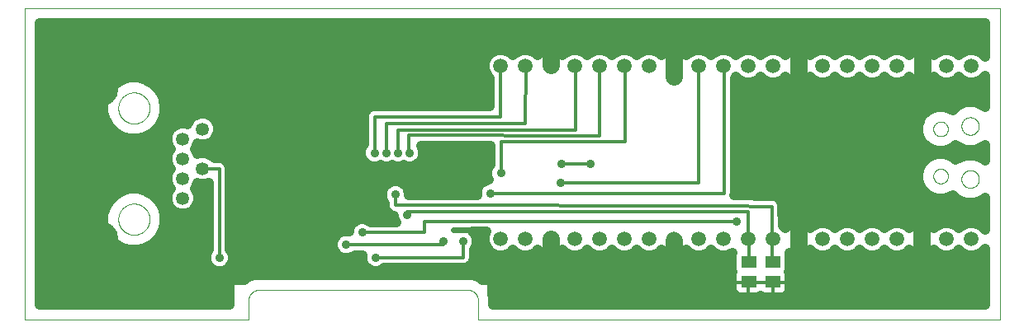
<source format=gbl>
G75*
%MOIN*%
%OFA0B0*%
%FSLAX25Y25*%
%IPPOS*%
%LPD*%
%AMOC8*
5,1,8,0,0,1.08239X$1,22.5*
%
%ADD10C,0.00000*%
%ADD11C,0.05937*%
%ADD12R,0.06299X0.05118*%
%ADD13R,0.03962X0.03962*%
%ADD14C,0.05315*%
%ADD15C,0.04000*%
%ADD16C,0.07000*%
%ADD17C,0.15000*%
%ADD18C,0.03569*%
%ADD19C,0.10000*%
%ADD20C,0.01200*%
%ADD21C,0.02362*%
D10*
X0001000Y0002063D02*
X0001000Y0128047D01*
X0394701Y0128047D01*
X0394701Y0002063D01*
X0184071Y0002063D01*
X0184071Y0009937D01*
X0184069Y0010061D01*
X0184063Y0010184D01*
X0184054Y0010308D01*
X0184040Y0010430D01*
X0184023Y0010553D01*
X0184001Y0010675D01*
X0183976Y0010796D01*
X0183947Y0010916D01*
X0183915Y0011035D01*
X0183878Y0011154D01*
X0183838Y0011271D01*
X0183795Y0011386D01*
X0183747Y0011501D01*
X0183696Y0011613D01*
X0183642Y0011724D01*
X0183584Y0011834D01*
X0183523Y0011941D01*
X0183458Y0012047D01*
X0183390Y0012150D01*
X0183319Y0012251D01*
X0183245Y0012350D01*
X0183168Y0012447D01*
X0183087Y0012541D01*
X0183004Y0012632D01*
X0182918Y0012721D01*
X0182829Y0012807D01*
X0182738Y0012890D01*
X0182644Y0012971D01*
X0182547Y0013048D01*
X0182448Y0013122D01*
X0182347Y0013193D01*
X0182244Y0013261D01*
X0182138Y0013326D01*
X0182031Y0013387D01*
X0181921Y0013445D01*
X0181810Y0013499D01*
X0181698Y0013550D01*
X0181583Y0013598D01*
X0181468Y0013641D01*
X0181351Y0013681D01*
X0181232Y0013718D01*
X0181113Y0013750D01*
X0180993Y0013779D01*
X0180872Y0013804D01*
X0180750Y0013826D01*
X0180627Y0013843D01*
X0180505Y0013857D01*
X0180381Y0013866D01*
X0180258Y0013872D01*
X0180134Y0013874D01*
X0095488Y0013874D01*
X0095364Y0013872D01*
X0095241Y0013866D01*
X0095117Y0013857D01*
X0094995Y0013843D01*
X0094872Y0013826D01*
X0094750Y0013804D01*
X0094629Y0013779D01*
X0094509Y0013750D01*
X0094390Y0013718D01*
X0094271Y0013681D01*
X0094154Y0013641D01*
X0094039Y0013598D01*
X0093924Y0013550D01*
X0093812Y0013499D01*
X0093701Y0013445D01*
X0093591Y0013387D01*
X0093484Y0013326D01*
X0093378Y0013261D01*
X0093275Y0013193D01*
X0093174Y0013122D01*
X0093075Y0013048D01*
X0092978Y0012971D01*
X0092884Y0012890D01*
X0092793Y0012807D01*
X0092704Y0012721D01*
X0092618Y0012632D01*
X0092535Y0012541D01*
X0092454Y0012447D01*
X0092377Y0012350D01*
X0092303Y0012251D01*
X0092232Y0012150D01*
X0092164Y0012047D01*
X0092099Y0011941D01*
X0092038Y0011834D01*
X0091980Y0011724D01*
X0091926Y0011613D01*
X0091875Y0011501D01*
X0091827Y0011386D01*
X0091784Y0011271D01*
X0091744Y0011154D01*
X0091707Y0011035D01*
X0091675Y0010916D01*
X0091646Y0010796D01*
X0091621Y0010675D01*
X0091599Y0010553D01*
X0091582Y0010430D01*
X0091568Y0010308D01*
X0091559Y0010184D01*
X0091553Y0010061D01*
X0091551Y0009937D01*
X0091551Y0002063D01*
X0001000Y0002063D01*
X0038934Y0042512D02*
X0038936Y0042670D01*
X0038942Y0042828D01*
X0038952Y0042986D01*
X0038966Y0043144D01*
X0038984Y0043301D01*
X0039005Y0043458D01*
X0039031Y0043614D01*
X0039061Y0043770D01*
X0039094Y0043925D01*
X0039132Y0044078D01*
X0039173Y0044231D01*
X0039218Y0044383D01*
X0039267Y0044534D01*
X0039320Y0044683D01*
X0039376Y0044831D01*
X0039436Y0044977D01*
X0039500Y0045122D01*
X0039568Y0045265D01*
X0039639Y0045407D01*
X0039713Y0045547D01*
X0039791Y0045684D01*
X0039873Y0045820D01*
X0039957Y0045954D01*
X0040046Y0046085D01*
X0040137Y0046214D01*
X0040232Y0046341D01*
X0040329Y0046466D01*
X0040430Y0046588D01*
X0040534Y0046707D01*
X0040641Y0046824D01*
X0040751Y0046938D01*
X0040864Y0047049D01*
X0040979Y0047158D01*
X0041097Y0047263D01*
X0041218Y0047365D01*
X0041341Y0047465D01*
X0041467Y0047561D01*
X0041595Y0047654D01*
X0041725Y0047744D01*
X0041858Y0047830D01*
X0041993Y0047914D01*
X0042129Y0047993D01*
X0042268Y0048070D01*
X0042409Y0048142D01*
X0042551Y0048212D01*
X0042695Y0048277D01*
X0042841Y0048339D01*
X0042988Y0048397D01*
X0043137Y0048452D01*
X0043287Y0048503D01*
X0043438Y0048550D01*
X0043590Y0048593D01*
X0043743Y0048632D01*
X0043898Y0048668D01*
X0044053Y0048699D01*
X0044209Y0048727D01*
X0044365Y0048751D01*
X0044522Y0048771D01*
X0044680Y0048787D01*
X0044837Y0048799D01*
X0044996Y0048807D01*
X0045154Y0048811D01*
X0045312Y0048811D01*
X0045470Y0048807D01*
X0045629Y0048799D01*
X0045786Y0048787D01*
X0045944Y0048771D01*
X0046101Y0048751D01*
X0046257Y0048727D01*
X0046413Y0048699D01*
X0046568Y0048668D01*
X0046723Y0048632D01*
X0046876Y0048593D01*
X0047028Y0048550D01*
X0047179Y0048503D01*
X0047329Y0048452D01*
X0047478Y0048397D01*
X0047625Y0048339D01*
X0047771Y0048277D01*
X0047915Y0048212D01*
X0048057Y0048142D01*
X0048198Y0048070D01*
X0048337Y0047993D01*
X0048473Y0047914D01*
X0048608Y0047830D01*
X0048741Y0047744D01*
X0048871Y0047654D01*
X0048999Y0047561D01*
X0049125Y0047465D01*
X0049248Y0047365D01*
X0049369Y0047263D01*
X0049487Y0047158D01*
X0049602Y0047049D01*
X0049715Y0046938D01*
X0049825Y0046824D01*
X0049932Y0046707D01*
X0050036Y0046588D01*
X0050137Y0046466D01*
X0050234Y0046341D01*
X0050329Y0046214D01*
X0050420Y0046085D01*
X0050509Y0045954D01*
X0050593Y0045820D01*
X0050675Y0045684D01*
X0050753Y0045547D01*
X0050827Y0045407D01*
X0050898Y0045265D01*
X0050966Y0045122D01*
X0051030Y0044977D01*
X0051090Y0044831D01*
X0051146Y0044683D01*
X0051199Y0044534D01*
X0051248Y0044383D01*
X0051293Y0044231D01*
X0051334Y0044078D01*
X0051372Y0043925D01*
X0051405Y0043770D01*
X0051435Y0043614D01*
X0051461Y0043458D01*
X0051482Y0043301D01*
X0051500Y0043144D01*
X0051514Y0042986D01*
X0051524Y0042828D01*
X0051530Y0042670D01*
X0051532Y0042512D01*
X0051530Y0042354D01*
X0051524Y0042196D01*
X0051514Y0042038D01*
X0051500Y0041880D01*
X0051482Y0041723D01*
X0051461Y0041566D01*
X0051435Y0041410D01*
X0051405Y0041254D01*
X0051372Y0041099D01*
X0051334Y0040946D01*
X0051293Y0040793D01*
X0051248Y0040641D01*
X0051199Y0040490D01*
X0051146Y0040341D01*
X0051090Y0040193D01*
X0051030Y0040047D01*
X0050966Y0039902D01*
X0050898Y0039759D01*
X0050827Y0039617D01*
X0050753Y0039477D01*
X0050675Y0039340D01*
X0050593Y0039204D01*
X0050509Y0039070D01*
X0050420Y0038939D01*
X0050329Y0038810D01*
X0050234Y0038683D01*
X0050137Y0038558D01*
X0050036Y0038436D01*
X0049932Y0038317D01*
X0049825Y0038200D01*
X0049715Y0038086D01*
X0049602Y0037975D01*
X0049487Y0037866D01*
X0049369Y0037761D01*
X0049248Y0037659D01*
X0049125Y0037559D01*
X0048999Y0037463D01*
X0048871Y0037370D01*
X0048741Y0037280D01*
X0048608Y0037194D01*
X0048473Y0037110D01*
X0048337Y0037031D01*
X0048198Y0036954D01*
X0048057Y0036882D01*
X0047915Y0036812D01*
X0047771Y0036747D01*
X0047625Y0036685D01*
X0047478Y0036627D01*
X0047329Y0036572D01*
X0047179Y0036521D01*
X0047028Y0036474D01*
X0046876Y0036431D01*
X0046723Y0036392D01*
X0046568Y0036356D01*
X0046413Y0036325D01*
X0046257Y0036297D01*
X0046101Y0036273D01*
X0045944Y0036253D01*
X0045786Y0036237D01*
X0045629Y0036225D01*
X0045470Y0036217D01*
X0045312Y0036213D01*
X0045154Y0036213D01*
X0044996Y0036217D01*
X0044837Y0036225D01*
X0044680Y0036237D01*
X0044522Y0036253D01*
X0044365Y0036273D01*
X0044209Y0036297D01*
X0044053Y0036325D01*
X0043898Y0036356D01*
X0043743Y0036392D01*
X0043590Y0036431D01*
X0043438Y0036474D01*
X0043287Y0036521D01*
X0043137Y0036572D01*
X0042988Y0036627D01*
X0042841Y0036685D01*
X0042695Y0036747D01*
X0042551Y0036812D01*
X0042409Y0036882D01*
X0042268Y0036954D01*
X0042129Y0037031D01*
X0041993Y0037110D01*
X0041858Y0037194D01*
X0041725Y0037280D01*
X0041595Y0037370D01*
X0041467Y0037463D01*
X0041341Y0037559D01*
X0041218Y0037659D01*
X0041097Y0037761D01*
X0040979Y0037866D01*
X0040864Y0037975D01*
X0040751Y0038086D01*
X0040641Y0038200D01*
X0040534Y0038317D01*
X0040430Y0038436D01*
X0040329Y0038558D01*
X0040232Y0038683D01*
X0040137Y0038810D01*
X0040046Y0038939D01*
X0039957Y0039070D01*
X0039873Y0039204D01*
X0039791Y0039340D01*
X0039713Y0039477D01*
X0039639Y0039617D01*
X0039568Y0039759D01*
X0039500Y0039902D01*
X0039436Y0040047D01*
X0039376Y0040193D01*
X0039320Y0040341D01*
X0039267Y0040490D01*
X0039218Y0040641D01*
X0039173Y0040793D01*
X0039132Y0040946D01*
X0039094Y0041099D01*
X0039061Y0041254D01*
X0039031Y0041410D01*
X0039005Y0041566D01*
X0038984Y0041723D01*
X0038966Y0041880D01*
X0038952Y0042038D01*
X0038942Y0042196D01*
X0038936Y0042354D01*
X0038934Y0042512D01*
X0038934Y0087512D02*
X0038936Y0087670D01*
X0038942Y0087828D01*
X0038952Y0087986D01*
X0038966Y0088144D01*
X0038984Y0088301D01*
X0039005Y0088458D01*
X0039031Y0088614D01*
X0039061Y0088770D01*
X0039094Y0088925D01*
X0039132Y0089078D01*
X0039173Y0089231D01*
X0039218Y0089383D01*
X0039267Y0089534D01*
X0039320Y0089683D01*
X0039376Y0089831D01*
X0039436Y0089977D01*
X0039500Y0090122D01*
X0039568Y0090265D01*
X0039639Y0090407D01*
X0039713Y0090547D01*
X0039791Y0090684D01*
X0039873Y0090820D01*
X0039957Y0090954D01*
X0040046Y0091085D01*
X0040137Y0091214D01*
X0040232Y0091341D01*
X0040329Y0091466D01*
X0040430Y0091588D01*
X0040534Y0091707D01*
X0040641Y0091824D01*
X0040751Y0091938D01*
X0040864Y0092049D01*
X0040979Y0092158D01*
X0041097Y0092263D01*
X0041218Y0092365D01*
X0041341Y0092465D01*
X0041467Y0092561D01*
X0041595Y0092654D01*
X0041725Y0092744D01*
X0041858Y0092830D01*
X0041993Y0092914D01*
X0042129Y0092993D01*
X0042268Y0093070D01*
X0042409Y0093142D01*
X0042551Y0093212D01*
X0042695Y0093277D01*
X0042841Y0093339D01*
X0042988Y0093397D01*
X0043137Y0093452D01*
X0043287Y0093503D01*
X0043438Y0093550D01*
X0043590Y0093593D01*
X0043743Y0093632D01*
X0043898Y0093668D01*
X0044053Y0093699D01*
X0044209Y0093727D01*
X0044365Y0093751D01*
X0044522Y0093771D01*
X0044680Y0093787D01*
X0044837Y0093799D01*
X0044996Y0093807D01*
X0045154Y0093811D01*
X0045312Y0093811D01*
X0045470Y0093807D01*
X0045629Y0093799D01*
X0045786Y0093787D01*
X0045944Y0093771D01*
X0046101Y0093751D01*
X0046257Y0093727D01*
X0046413Y0093699D01*
X0046568Y0093668D01*
X0046723Y0093632D01*
X0046876Y0093593D01*
X0047028Y0093550D01*
X0047179Y0093503D01*
X0047329Y0093452D01*
X0047478Y0093397D01*
X0047625Y0093339D01*
X0047771Y0093277D01*
X0047915Y0093212D01*
X0048057Y0093142D01*
X0048198Y0093070D01*
X0048337Y0092993D01*
X0048473Y0092914D01*
X0048608Y0092830D01*
X0048741Y0092744D01*
X0048871Y0092654D01*
X0048999Y0092561D01*
X0049125Y0092465D01*
X0049248Y0092365D01*
X0049369Y0092263D01*
X0049487Y0092158D01*
X0049602Y0092049D01*
X0049715Y0091938D01*
X0049825Y0091824D01*
X0049932Y0091707D01*
X0050036Y0091588D01*
X0050137Y0091466D01*
X0050234Y0091341D01*
X0050329Y0091214D01*
X0050420Y0091085D01*
X0050509Y0090954D01*
X0050593Y0090820D01*
X0050675Y0090684D01*
X0050753Y0090547D01*
X0050827Y0090407D01*
X0050898Y0090265D01*
X0050966Y0090122D01*
X0051030Y0089977D01*
X0051090Y0089831D01*
X0051146Y0089683D01*
X0051199Y0089534D01*
X0051248Y0089383D01*
X0051293Y0089231D01*
X0051334Y0089078D01*
X0051372Y0088925D01*
X0051405Y0088770D01*
X0051435Y0088614D01*
X0051461Y0088458D01*
X0051482Y0088301D01*
X0051500Y0088144D01*
X0051514Y0087986D01*
X0051524Y0087828D01*
X0051530Y0087670D01*
X0051532Y0087512D01*
X0051530Y0087354D01*
X0051524Y0087196D01*
X0051514Y0087038D01*
X0051500Y0086880D01*
X0051482Y0086723D01*
X0051461Y0086566D01*
X0051435Y0086410D01*
X0051405Y0086254D01*
X0051372Y0086099D01*
X0051334Y0085946D01*
X0051293Y0085793D01*
X0051248Y0085641D01*
X0051199Y0085490D01*
X0051146Y0085341D01*
X0051090Y0085193D01*
X0051030Y0085047D01*
X0050966Y0084902D01*
X0050898Y0084759D01*
X0050827Y0084617D01*
X0050753Y0084477D01*
X0050675Y0084340D01*
X0050593Y0084204D01*
X0050509Y0084070D01*
X0050420Y0083939D01*
X0050329Y0083810D01*
X0050234Y0083683D01*
X0050137Y0083558D01*
X0050036Y0083436D01*
X0049932Y0083317D01*
X0049825Y0083200D01*
X0049715Y0083086D01*
X0049602Y0082975D01*
X0049487Y0082866D01*
X0049369Y0082761D01*
X0049248Y0082659D01*
X0049125Y0082559D01*
X0048999Y0082463D01*
X0048871Y0082370D01*
X0048741Y0082280D01*
X0048608Y0082194D01*
X0048473Y0082110D01*
X0048337Y0082031D01*
X0048198Y0081954D01*
X0048057Y0081882D01*
X0047915Y0081812D01*
X0047771Y0081747D01*
X0047625Y0081685D01*
X0047478Y0081627D01*
X0047329Y0081572D01*
X0047179Y0081521D01*
X0047028Y0081474D01*
X0046876Y0081431D01*
X0046723Y0081392D01*
X0046568Y0081356D01*
X0046413Y0081325D01*
X0046257Y0081297D01*
X0046101Y0081273D01*
X0045944Y0081253D01*
X0045786Y0081237D01*
X0045629Y0081225D01*
X0045470Y0081217D01*
X0045312Y0081213D01*
X0045154Y0081213D01*
X0044996Y0081217D01*
X0044837Y0081225D01*
X0044680Y0081237D01*
X0044522Y0081253D01*
X0044365Y0081273D01*
X0044209Y0081297D01*
X0044053Y0081325D01*
X0043898Y0081356D01*
X0043743Y0081392D01*
X0043590Y0081431D01*
X0043438Y0081474D01*
X0043287Y0081521D01*
X0043137Y0081572D01*
X0042988Y0081627D01*
X0042841Y0081685D01*
X0042695Y0081747D01*
X0042551Y0081812D01*
X0042409Y0081882D01*
X0042268Y0081954D01*
X0042129Y0082031D01*
X0041993Y0082110D01*
X0041858Y0082194D01*
X0041725Y0082280D01*
X0041595Y0082370D01*
X0041467Y0082463D01*
X0041341Y0082559D01*
X0041218Y0082659D01*
X0041097Y0082761D01*
X0040979Y0082866D01*
X0040864Y0082975D01*
X0040751Y0083086D01*
X0040641Y0083200D01*
X0040534Y0083317D01*
X0040430Y0083436D01*
X0040329Y0083558D01*
X0040232Y0083683D01*
X0040137Y0083810D01*
X0040046Y0083939D01*
X0039957Y0084070D01*
X0039873Y0084204D01*
X0039791Y0084340D01*
X0039713Y0084477D01*
X0039639Y0084617D01*
X0039568Y0084759D01*
X0039500Y0084902D01*
X0039436Y0085047D01*
X0039376Y0085193D01*
X0039320Y0085341D01*
X0039267Y0085490D01*
X0039218Y0085641D01*
X0039173Y0085793D01*
X0039132Y0085946D01*
X0039094Y0086099D01*
X0039061Y0086254D01*
X0039031Y0086410D01*
X0039005Y0086566D01*
X0038984Y0086723D01*
X0038966Y0086880D01*
X0038952Y0087038D01*
X0038942Y0087196D01*
X0038936Y0087354D01*
X0038934Y0087512D01*
X0367890Y0079051D02*
X0367892Y0079159D01*
X0367898Y0079268D01*
X0367908Y0079376D01*
X0367922Y0079483D01*
X0367940Y0079590D01*
X0367961Y0079697D01*
X0367987Y0079802D01*
X0368017Y0079907D01*
X0368050Y0080010D01*
X0368087Y0080112D01*
X0368128Y0080212D01*
X0368172Y0080311D01*
X0368221Y0080409D01*
X0368272Y0080504D01*
X0368327Y0080597D01*
X0368386Y0080689D01*
X0368448Y0080778D01*
X0368513Y0080865D01*
X0368581Y0080949D01*
X0368652Y0081031D01*
X0368726Y0081110D01*
X0368803Y0081186D01*
X0368883Y0081260D01*
X0368966Y0081330D01*
X0369051Y0081398D01*
X0369138Y0081462D01*
X0369228Y0081523D01*
X0369320Y0081581D01*
X0369414Y0081635D01*
X0369510Y0081686D01*
X0369607Y0081733D01*
X0369707Y0081777D01*
X0369808Y0081817D01*
X0369910Y0081853D01*
X0370013Y0081885D01*
X0370118Y0081914D01*
X0370224Y0081938D01*
X0370330Y0081959D01*
X0370437Y0081976D01*
X0370545Y0081989D01*
X0370653Y0081998D01*
X0370762Y0082003D01*
X0370870Y0082004D01*
X0370979Y0082001D01*
X0371087Y0081994D01*
X0371195Y0081983D01*
X0371302Y0081968D01*
X0371409Y0081949D01*
X0371515Y0081926D01*
X0371620Y0081900D01*
X0371725Y0081869D01*
X0371827Y0081835D01*
X0371929Y0081797D01*
X0372029Y0081755D01*
X0372128Y0081710D01*
X0372225Y0081661D01*
X0372319Y0081608D01*
X0372412Y0081552D01*
X0372503Y0081493D01*
X0372592Y0081430D01*
X0372678Y0081365D01*
X0372762Y0081296D01*
X0372843Y0081224D01*
X0372921Y0081149D01*
X0372997Y0081071D01*
X0373070Y0080990D01*
X0373140Y0080907D01*
X0373206Y0080822D01*
X0373270Y0080734D01*
X0373330Y0080643D01*
X0373387Y0080551D01*
X0373440Y0080456D01*
X0373490Y0080360D01*
X0373536Y0080262D01*
X0373579Y0080162D01*
X0373618Y0080061D01*
X0373653Y0079958D01*
X0373685Y0079855D01*
X0373712Y0079750D01*
X0373736Y0079644D01*
X0373756Y0079537D01*
X0373772Y0079430D01*
X0373784Y0079322D01*
X0373792Y0079214D01*
X0373796Y0079105D01*
X0373796Y0078997D01*
X0373792Y0078888D01*
X0373784Y0078780D01*
X0373772Y0078672D01*
X0373756Y0078565D01*
X0373736Y0078458D01*
X0373712Y0078352D01*
X0373685Y0078247D01*
X0373653Y0078144D01*
X0373618Y0078041D01*
X0373579Y0077940D01*
X0373536Y0077840D01*
X0373490Y0077742D01*
X0373440Y0077646D01*
X0373387Y0077551D01*
X0373330Y0077459D01*
X0373270Y0077368D01*
X0373206Y0077280D01*
X0373140Y0077195D01*
X0373070Y0077112D01*
X0372997Y0077031D01*
X0372921Y0076953D01*
X0372843Y0076878D01*
X0372762Y0076806D01*
X0372678Y0076737D01*
X0372592Y0076672D01*
X0372503Y0076609D01*
X0372412Y0076550D01*
X0372320Y0076494D01*
X0372225Y0076441D01*
X0372128Y0076392D01*
X0372029Y0076347D01*
X0371929Y0076305D01*
X0371827Y0076267D01*
X0371725Y0076233D01*
X0371620Y0076202D01*
X0371515Y0076176D01*
X0371409Y0076153D01*
X0371302Y0076134D01*
X0371195Y0076119D01*
X0371087Y0076108D01*
X0370979Y0076101D01*
X0370870Y0076098D01*
X0370762Y0076099D01*
X0370653Y0076104D01*
X0370545Y0076113D01*
X0370437Y0076126D01*
X0370330Y0076143D01*
X0370224Y0076164D01*
X0370118Y0076188D01*
X0370013Y0076217D01*
X0369910Y0076249D01*
X0369808Y0076285D01*
X0369707Y0076325D01*
X0369607Y0076369D01*
X0369510Y0076416D01*
X0369414Y0076467D01*
X0369320Y0076521D01*
X0369228Y0076579D01*
X0369138Y0076640D01*
X0369051Y0076704D01*
X0368966Y0076772D01*
X0368883Y0076842D01*
X0368803Y0076916D01*
X0368726Y0076992D01*
X0368652Y0077071D01*
X0368581Y0077153D01*
X0368513Y0077237D01*
X0368448Y0077324D01*
X0368386Y0077413D01*
X0368327Y0077505D01*
X0368272Y0077598D01*
X0368221Y0077693D01*
X0368172Y0077791D01*
X0368128Y0077890D01*
X0368087Y0077990D01*
X0368050Y0078092D01*
X0368017Y0078195D01*
X0367987Y0078300D01*
X0367961Y0078405D01*
X0367940Y0078512D01*
X0367922Y0078619D01*
X0367908Y0078726D01*
X0367898Y0078834D01*
X0367892Y0078943D01*
X0367890Y0079051D01*
X0379229Y0080232D02*
X0379231Y0080350D01*
X0379237Y0080469D01*
X0379247Y0080587D01*
X0379261Y0080704D01*
X0379278Y0080821D01*
X0379300Y0080938D01*
X0379326Y0081053D01*
X0379355Y0081168D01*
X0379388Y0081282D01*
X0379425Y0081394D01*
X0379466Y0081505D01*
X0379510Y0081615D01*
X0379558Y0081723D01*
X0379610Y0081830D01*
X0379665Y0081935D01*
X0379724Y0082038D01*
X0379786Y0082138D01*
X0379851Y0082237D01*
X0379920Y0082334D01*
X0379991Y0082428D01*
X0380066Y0082519D01*
X0380144Y0082609D01*
X0380225Y0082695D01*
X0380309Y0082779D01*
X0380395Y0082860D01*
X0380485Y0082938D01*
X0380576Y0083013D01*
X0380670Y0083084D01*
X0380767Y0083153D01*
X0380866Y0083218D01*
X0380966Y0083280D01*
X0381069Y0083339D01*
X0381174Y0083394D01*
X0381281Y0083446D01*
X0381389Y0083494D01*
X0381499Y0083538D01*
X0381610Y0083579D01*
X0381722Y0083616D01*
X0381836Y0083649D01*
X0381951Y0083678D01*
X0382066Y0083704D01*
X0382183Y0083726D01*
X0382300Y0083743D01*
X0382417Y0083757D01*
X0382535Y0083767D01*
X0382654Y0083773D01*
X0382772Y0083775D01*
X0382890Y0083773D01*
X0383009Y0083767D01*
X0383127Y0083757D01*
X0383244Y0083743D01*
X0383361Y0083726D01*
X0383478Y0083704D01*
X0383593Y0083678D01*
X0383708Y0083649D01*
X0383822Y0083616D01*
X0383934Y0083579D01*
X0384045Y0083538D01*
X0384155Y0083494D01*
X0384263Y0083446D01*
X0384370Y0083394D01*
X0384475Y0083339D01*
X0384578Y0083280D01*
X0384678Y0083218D01*
X0384777Y0083153D01*
X0384874Y0083084D01*
X0384968Y0083013D01*
X0385059Y0082938D01*
X0385149Y0082860D01*
X0385235Y0082779D01*
X0385319Y0082695D01*
X0385400Y0082609D01*
X0385478Y0082519D01*
X0385553Y0082428D01*
X0385624Y0082334D01*
X0385693Y0082237D01*
X0385758Y0082138D01*
X0385820Y0082038D01*
X0385879Y0081935D01*
X0385934Y0081830D01*
X0385986Y0081723D01*
X0386034Y0081615D01*
X0386078Y0081505D01*
X0386119Y0081394D01*
X0386156Y0081282D01*
X0386189Y0081168D01*
X0386218Y0081053D01*
X0386244Y0080938D01*
X0386266Y0080821D01*
X0386283Y0080704D01*
X0386297Y0080587D01*
X0386307Y0080469D01*
X0386313Y0080350D01*
X0386315Y0080232D01*
X0386313Y0080114D01*
X0386307Y0079995D01*
X0386297Y0079877D01*
X0386283Y0079760D01*
X0386266Y0079643D01*
X0386244Y0079526D01*
X0386218Y0079411D01*
X0386189Y0079296D01*
X0386156Y0079182D01*
X0386119Y0079070D01*
X0386078Y0078959D01*
X0386034Y0078849D01*
X0385986Y0078741D01*
X0385934Y0078634D01*
X0385879Y0078529D01*
X0385820Y0078426D01*
X0385758Y0078326D01*
X0385693Y0078227D01*
X0385624Y0078130D01*
X0385553Y0078036D01*
X0385478Y0077945D01*
X0385400Y0077855D01*
X0385319Y0077769D01*
X0385235Y0077685D01*
X0385149Y0077604D01*
X0385059Y0077526D01*
X0384968Y0077451D01*
X0384874Y0077380D01*
X0384777Y0077311D01*
X0384678Y0077246D01*
X0384578Y0077184D01*
X0384475Y0077125D01*
X0384370Y0077070D01*
X0384263Y0077018D01*
X0384155Y0076970D01*
X0384045Y0076926D01*
X0383934Y0076885D01*
X0383822Y0076848D01*
X0383708Y0076815D01*
X0383593Y0076786D01*
X0383478Y0076760D01*
X0383361Y0076738D01*
X0383244Y0076721D01*
X0383127Y0076707D01*
X0383009Y0076697D01*
X0382890Y0076691D01*
X0382772Y0076689D01*
X0382654Y0076691D01*
X0382535Y0076697D01*
X0382417Y0076707D01*
X0382300Y0076721D01*
X0382183Y0076738D01*
X0382066Y0076760D01*
X0381951Y0076786D01*
X0381836Y0076815D01*
X0381722Y0076848D01*
X0381610Y0076885D01*
X0381499Y0076926D01*
X0381389Y0076970D01*
X0381281Y0077018D01*
X0381174Y0077070D01*
X0381069Y0077125D01*
X0380966Y0077184D01*
X0380866Y0077246D01*
X0380767Y0077311D01*
X0380670Y0077380D01*
X0380576Y0077451D01*
X0380485Y0077526D01*
X0380395Y0077604D01*
X0380309Y0077685D01*
X0380225Y0077769D01*
X0380144Y0077855D01*
X0380066Y0077945D01*
X0379991Y0078036D01*
X0379920Y0078130D01*
X0379851Y0078227D01*
X0379786Y0078326D01*
X0379724Y0078426D01*
X0379665Y0078529D01*
X0379610Y0078634D01*
X0379558Y0078741D01*
X0379510Y0078849D01*
X0379466Y0078959D01*
X0379425Y0079070D01*
X0379388Y0079182D01*
X0379355Y0079296D01*
X0379326Y0079411D01*
X0379300Y0079526D01*
X0379278Y0079643D01*
X0379261Y0079760D01*
X0379247Y0079877D01*
X0379237Y0079995D01*
X0379231Y0080114D01*
X0379229Y0080232D01*
X0367890Y0059957D02*
X0367892Y0060065D01*
X0367898Y0060174D01*
X0367908Y0060282D01*
X0367922Y0060389D01*
X0367940Y0060496D01*
X0367961Y0060603D01*
X0367987Y0060708D01*
X0368017Y0060813D01*
X0368050Y0060916D01*
X0368087Y0061018D01*
X0368128Y0061118D01*
X0368172Y0061217D01*
X0368221Y0061315D01*
X0368272Y0061410D01*
X0368327Y0061503D01*
X0368386Y0061595D01*
X0368448Y0061684D01*
X0368513Y0061771D01*
X0368581Y0061855D01*
X0368652Y0061937D01*
X0368726Y0062016D01*
X0368803Y0062092D01*
X0368883Y0062166D01*
X0368966Y0062236D01*
X0369051Y0062304D01*
X0369138Y0062368D01*
X0369228Y0062429D01*
X0369320Y0062487D01*
X0369414Y0062541D01*
X0369510Y0062592D01*
X0369607Y0062639D01*
X0369707Y0062683D01*
X0369808Y0062723D01*
X0369910Y0062759D01*
X0370013Y0062791D01*
X0370118Y0062820D01*
X0370224Y0062844D01*
X0370330Y0062865D01*
X0370437Y0062882D01*
X0370545Y0062895D01*
X0370653Y0062904D01*
X0370762Y0062909D01*
X0370870Y0062910D01*
X0370979Y0062907D01*
X0371087Y0062900D01*
X0371195Y0062889D01*
X0371302Y0062874D01*
X0371409Y0062855D01*
X0371515Y0062832D01*
X0371620Y0062806D01*
X0371725Y0062775D01*
X0371827Y0062741D01*
X0371929Y0062703D01*
X0372029Y0062661D01*
X0372128Y0062616D01*
X0372225Y0062567D01*
X0372319Y0062514D01*
X0372412Y0062458D01*
X0372503Y0062399D01*
X0372592Y0062336D01*
X0372678Y0062271D01*
X0372762Y0062202D01*
X0372843Y0062130D01*
X0372921Y0062055D01*
X0372997Y0061977D01*
X0373070Y0061896D01*
X0373140Y0061813D01*
X0373206Y0061728D01*
X0373270Y0061640D01*
X0373330Y0061549D01*
X0373387Y0061457D01*
X0373440Y0061362D01*
X0373490Y0061266D01*
X0373536Y0061168D01*
X0373579Y0061068D01*
X0373618Y0060967D01*
X0373653Y0060864D01*
X0373685Y0060761D01*
X0373712Y0060656D01*
X0373736Y0060550D01*
X0373756Y0060443D01*
X0373772Y0060336D01*
X0373784Y0060228D01*
X0373792Y0060120D01*
X0373796Y0060011D01*
X0373796Y0059903D01*
X0373792Y0059794D01*
X0373784Y0059686D01*
X0373772Y0059578D01*
X0373756Y0059471D01*
X0373736Y0059364D01*
X0373712Y0059258D01*
X0373685Y0059153D01*
X0373653Y0059050D01*
X0373618Y0058947D01*
X0373579Y0058846D01*
X0373536Y0058746D01*
X0373490Y0058648D01*
X0373440Y0058552D01*
X0373387Y0058457D01*
X0373330Y0058365D01*
X0373270Y0058274D01*
X0373206Y0058186D01*
X0373140Y0058101D01*
X0373070Y0058018D01*
X0372997Y0057937D01*
X0372921Y0057859D01*
X0372843Y0057784D01*
X0372762Y0057712D01*
X0372678Y0057643D01*
X0372592Y0057578D01*
X0372503Y0057515D01*
X0372412Y0057456D01*
X0372320Y0057400D01*
X0372225Y0057347D01*
X0372128Y0057298D01*
X0372029Y0057253D01*
X0371929Y0057211D01*
X0371827Y0057173D01*
X0371725Y0057139D01*
X0371620Y0057108D01*
X0371515Y0057082D01*
X0371409Y0057059D01*
X0371302Y0057040D01*
X0371195Y0057025D01*
X0371087Y0057014D01*
X0370979Y0057007D01*
X0370870Y0057004D01*
X0370762Y0057005D01*
X0370653Y0057010D01*
X0370545Y0057019D01*
X0370437Y0057032D01*
X0370330Y0057049D01*
X0370224Y0057070D01*
X0370118Y0057094D01*
X0370013Y0057123D01*
X0369910Y0057155D01*
X0369808Y0057191D01*
X0369707Y0057231D01*
X0369607Y0057275D01*
X0369510Y0057322D01*
X0369414Y0057373D01*
X0369320Y0057427D01*
X0369228Y0057485D01*
X0369138Y0057546D01*
X0369051Y0057610D01*
X0368966Y0057678D01*
X0368883Y0057748D01*
X0368803Y0057822D01*
X0368726Y0057898D01*
X0368652Y0057977D01*
X0368581Y0058059D01*
X0368513Y0058143D01*
X0368448Y0058230D01*
X0368386Y0058319D01*
X0368327Y0058411D01*
X0368272Y0058504D01*
X0368221Y0058599D01*
X0368172Y0058697D01*
X0368128Y0058796D01*
X0368087Y0058896D01*
X0368050Y0058998D01*
X0368017Y0059101D01*
X0367987Y0059206D01*
X0367961Y0059311D01*
X0367940Y0059418D01*
X0367922Y0059525D01*
X0367908Y0059632D01*
X0367898Y0059740D01*
X0367892Y0059849D01*
X0367890Y0059957D01*
X0379229Y0058776D02*
X0379231Y0058894D01*
X0379237Y0059013D01*
X0379247Y0059131D01*
X0379261Y0059248D01*
X0379278Y0059365D01*
X0379300Y0059482D01*
X0379326Y0059597D01*
X0379355Y0059712D01*
X0379388Y0059826D01*
X0379425Y0059938D01*
X0379466Y0060049D01*
X0379510Y0060159D01*
X0379558Y0060267D01*
X0379610Y0060374D01*
X0379665Y0060479D01*
X0379724Y0060582D01*
X0379786Y0060682D01*
X0379851Y0060781D01*
X0379920Y0060878D01*
X0379991Y0060972D01*
X0380066Y0061063D01*
X0380144Y0061153D01*
X0380225Y0061239D01*
X0380309Y0061323D01*
X0380395Y0061404D01*
X0380485Y0061482D01*
X0380576Y0061557D01*
X0380670Y0061628D01*
X0380767Y0061697D01*
X0380866Y0061762D01*
X0380966Y0061824D01*
X0381069Y0061883D01*
X0381174Y0061938D01*
X0381281Y0061990D01*
X0381389Y0062038D01*
X0381499Y0062082D01*
X0381610Y0062123D01*
X0381722Y0062160D01*
X0381836Y0062193D01*
X0381951Y0062222D01*
X0382066Y0062248D01*
X0382183Y0062270D01*
X0382300Y0062287D01*
X0382417Y0062301D01*
X0382535Y0062311D01*
X0382654Y0062317D01*
X0382772Y0062319D01*
X0382890Y0062317D01*
X0383009Y0062311D01*
X0383127Y0062301D01*
X0383244Y0062287D01*
X0383361Y0062270D01*
X0383478Y0062248D01*
X0383593Y0062222D01*
X0383708Y0062193D01*
X0383822Y0062160D01*
X0383934Y0062123D01*
X0384045Y0062082D01*
X0384155Y0062038D01*
X0384263Y0061990D01*
X0384370Y0061938D01*
X0384475Y0061883D01*
X0384578Y0061824D01*
X0384678Y0061762D01*
X0384777Y0061697D01*
X0384874Y0061628D01*
X0384968Y0061557D01*
X0385059Y0061482D01*
X0385149Y0061404D01*
X0385235Y0061323D01*
X0385319Y0061239D01*
X0385400Y0061153D01*
X0385478Y0061063D01*
X0385553Y0060972D01*
X0385624Y0060878D01*
X0385693Y0060781D01*
X0385758Y0060682D01*
X0385820Y0060582D01*
X0385879Y0060479D01*
X0385934Y0060374D01*
X0385986Y0060267D01*
X0386034Y0060159D01*
X0386078Y0060049D01*
X0386119Y0059938D01*
X0386156Y0059826D01*
X0386189Y0059712D01*
X0386218Y0059597D01*
X0386244Y0059482D01*
X0386266Y0059365D01*
X0386283Y0059248D01*
X0386297Y0059131D01*
X0386307Y0059013D01*
X0386313Y0058894D01*
X0386315Y0058776D01*
X0386313Y0058658D01*
X0386307Y0058539D01*
X0386297Y0058421D01*
X0386283Y0058304D01*
X0386266Y0058187D01*
X0386244Y0058070D01*
X0386218Y0057955D01*
X0386189Y0057840D01*
X0386156Y0057726D01*
X0386119Y0057614D01*
X0386078Y0057503D01*
X0386034Y0057393D01*
X0385986Y0057285D01*
X0385934Y0057178D01*
X0385879Y0057073D01*
X0385820Y0056970D01*
X0385758Y0056870D01*
X0385693Y0056771D01*
X0385624Y0056674D01*
X0385553Y0056580D01*
X0385478Y0056489D01*
X0385400Y0056399D01*
X0385319Y0056313D01*
X0385235Y0056229D01*
X0385149Y0056148D01*
X0385059Y0056070D01*
X0384968Y0055995D01*
X0384874Y0055924D01*
X0384777Y0055855D01*
X0384678Y0055790D01*
X0384578Y0055728D01*
X0384475Y0055669D01*
X0384370Y0055614D01*
X0384263Y0055562D01*
X0384155Y0055514D01*
X0384045Y0055470D01*
X0383934Y0055429D01*
X0383822Y0055392D01*
X0383708Y0055359D01*
X0383593Y0055330D01*
X0383478Y0055304D01*
X0383361Y0055282D01*
X0383244Y0055265D01*
X0383127Y0055251D01*
X0383009Y0055241D01*
X0382890Y0055235D01*
X0382772Y0055233D01*
X0382654Y0055235D01*
X0382535Y0055241D01*
X0382417Y0055251D01*
X0382300Y0055265D01*
X0382183Y0055282D01*
X0382066Y0055304D01*
X0381951Y0055330D01*
X0381836Y0055359D01*
X0381722Y0055392D01*
X0381610Y0055429D01*
X0381499Y0055470D01*
X0381389Y0055514D01*
X0381281Y0055562D01*
X0381174Y0055614D01*
X0381069Y0055669D01*
X0380966Y0055728D01*
X0380866Y0055790D01*
X0380767Y0055855D01*
X0380670Y0055924D01*
X0380576Y0055995D01*
X0380485Y0056070D01*
X0380395Y0056148D01*
X0380309Y0056229D01*
X0380225Y0056313D01*
X0380144Y0056399D01*
X0380066Y0056489D01*
X0379991Y0056580D01*
X0379920Y0056674D01*
X0379851Y0056771D01*
X0379786Y0056870D01*
X0379724Y0056970D01*
X0379665Y0057073D01*
X0379610Y0057178D01*
X0379558Y0057285D01*
X0379510Y0057393D01*
X0379466Y0057503D01*
X0379425Y0057614D01*
X0379388Y0057726D01*
X0379355Y0057840D01*
X0379326Y0057955D01*
X0379300Y0058070D01*
X0379278Y0058187D01*
X0379261Y0058304D01*
X0379247Y0058421D01*
X0379237Y0058539D01*
X0379231Y0058658D01*
X0379229Y0058776D01*
D11*
X0383283Y0034504D03*
X0373283Y0034504D03*
X0363283Y0034504D03*
X0353283Y0034504D03*
X0343283Y0034504D03*
X0333283Y0034504D03*
X0323283Y0034504D03*
X0313283Y0034504D03*
X0303283Y0034504D03*
X0293283Y0034504D03*
X0283283Y0034504D03*
X0273283Y0034504D03*
X0263283Y0034504D03*
X0253283Y0034504D03*
X0243283Y0034504D03*
X0233283Y0034504D03*
X0223283Y0034504D03*
X0213283Y0034504D03*
X0203283Y0034504D03*
X0193283Y0034504D03*
X0193283Y0104504D03*
X0203283Y0104504D03*
X0213283Y0104504D03*
X0223283Y0104504D03*
X0233283Y0104504D03*
X0243283Y0104504D03*
X0253283Y0104504D03*
X0263283Y0104504D03*
X0273283Y0104504D03*
X0283283Y0104504D03*
X0293283Y0104504D03*
X0303283Y0104504D03*
X0313283Y0104504D03*
X0323283Y0104504D03*
X0333283Y0104504D03*
X0343283Y0104504D03*
X0353283Y0104504D03*
X0363283Y0104504D03*
X0373283Y0104504D03*
X0383283Y0104504D03*
D12*
X0303165Y0025094D03*
X0293323Y0025094D03*
X0293323Y0017220D03*
X0303165Y0017220D03*
D13*
X0072850Y0079031D03*
D14*
X0072933Y0079012D03*
X0064933Y0075012D03*
X0072933Y0071012D03*
X0064933Y0067012D03*
X0072933Y0063012D03*
X0064933Y0059012D03*
X0072933Y0055012D03*
X0064933Y0051012D03*
D15*
X0071191Y0050045D02*
X0075540Y0050045D01*
X0071191Y0049767D02*
X0070238Y0047467D01*
X0068478Y0045707D01*
X0066178Y0044754D01*
X0063688Y0044754D01*
X0061388Y0045707D01*
X0059628Y0047467D01*
X0058676Y0049767D01*
X0058676Y0052256D01*
X0059628Y0054556D01*
X0060084Y0055012D01*
X0059628Y0055467D01*
X0058676Y0057767D01*
X0058676Y0060256D01*
X0059628Y0062556D01*
X0060084Y0063012D01*
X0059628Y0063467D01*
X0058676Y0065767D01*
X0058676Y0068256D01*
X0059628Y0070556D01*
X0060084Y0071012D01*
X0059628Y0071467D01*
X0058676Y0073767D01*
X0058676Y0076256D01*
X0059628Y0078556D01*
X0061388Y0080317D01*
X0063688Y0081269D01*
X0066178Y0081269D01*
X0066961Y0080945D01*
X0067269Y0081690D01*
X0067269Y0081729D01*
X0067817Y0083052D01*
X0068830Y0084065D01*
X0069353Y0084281D01*
X0069388Y0084317D01*
X0071688Y0085269D01*
X0074178Y0085269D01*
X0076478Y0084317D01*
X0076630Y0084164D01*
X0076871Y0084065D01*
X0077883Y0083052D01*
X0077983Y0082811D01*
X0078238Y0082556D01*
X0079191Y0080256D01*
X0079191Y0077767D01*
X0078238Y0075467D01*
X0077955Y0075185D01*
X0077883Y0075011D01*
X0076871Y0073998D01*
X0076697Y0073927D01*
X0076478Y0073707D01*
X0074178Y0072754D01*
X0071688Y0072754D01*
X0070905Y0073079D01*
X0070238Y0071467D01*
X0069782Y0071012D01*
X0070238Y0070556D01*
X0070905Y0068945D01*
X0071688Y0069269D01*
X0074178Y0069269D01*
X0076478Y0068317D01*
X0077705Y0067090D01*
X0080576Y0067090D01*
X0082119Y0066450D01*
X0083301Y0065269D01*
X0083940Y0063725D01*
X0083940Y0030281D01*
X0084305Y0029916D01*
X0085124Y0027937D01*
X0085124Y0025795D01*
X0084305Y0023816D01*
X0082790Y0022302D01*
X0080811Y0021482D01*
X0078669Y0021482D01*
X0076690Y0022302D01*
X0075176Y0023816D01*
X0074356Y0025795D01*
X0074356Y0027937D01*
X0075176Y0029916D01*
X0075540Y0030281D01*
X0075540Y0057319D01*
X0074178Y0056754D01*
X0071688Y0056754D01*
X0070905Y0057079D01*
X0070238Y0055467D01*
X0069782Y0055012D01*
X0070238Y0054556D01*
X0071191Y0052256D01*
X0071191Y0049767D01*
X0070450Y0054044D02*
X0075540Y0054044D01*
X0083940Y0054044D02*
X0145633Y0054044D01*
X0145419Y0053528D02*
X0145419Y0051386D01*
X0146239Y0049407D01*
X0146603Y0049042D01*
X0146603Y0048128D01*
X0146602Y0047297D01*
X0146603Y0047294D01*
X0146603Y0047291D01*
X0146921Y0046522D01*
X0147239Y0045752D01*
X0147241Y0045750D01*
X0147243Y0045747D01*
X0147831Y0045159D01*
X0148419Y0044569D01*
X0148422Y0044568D01*
X0148424Y0044565D01*
X0149196Y0044245D01*
X0149962Y0043927D01*
X0149965Y0043927D01*
X0149968Y0043926D01*
X0150143Y0043926D01*
X0150143Y0043315D01*
X0150963Y0041336D01*
X0150997Y0041302D01*
X0140832Y0041302D01*
X0140467Y0041667D01*
X0138488Y0042487D01*
X0136346Y0042487D01*
X0134367Y0041667D01*
X0132853Y0040152D01*
X0132033Y0038173D01*
X0132033Y0037548D01*
X0131992Y0037565D01*
X0129850Y0037565D01*
X0127871Y0036746D01*
X0126357Y0035231D01*
X0125537Y0033252D01*
X0125537Y0031110D01*
X0126357Y0029131D01*
X0127871Y0027617D01*
X0129850Y0026797D01*
X0131992Y0026797D01*
X0133971Y0027617D01*
X0134336Y0027981D01*
X0137348Y0027981D01*
X0137348Y0025992D01*
X0138168Y0024013D01*
X0139682Y0022498D01*
X0141661Y0021679D01*
X0143803Y0021679D01*
X0145782Y0022498D01*
X0146147Y0022863D01*
X0179001Y0022863D01*
X0180544Y0023502D01*
X0181726Y0024684D01*
X0182365Y0026228D01*
X0182365Y0030145D01*
X0182730Y0030509D01*
X0183550Y0032488D01*
X0183550Y0034630D01*
X0182730Y0036609D01*
X0181909Y0037430D01*
X0187386Y0037430D01*
X0186715Y0035810D01*
X0186715Y0033197D01*
X0187715Y0030783D01*
X0189563Y0028935D01*
X0191977Y0027935D01*
X0194590Y0027935D01*
X0197004Y0028935D01*
X0198283Y0030215D01*
X0199563Y0028935D01*
X0201977Y0027935D01*
X0204590Y0027935D01*
X0207004Y0028935D01*
X0208283Y0030215D01*
X0209563Y0028935D01*
X0211977Y0027935D01*
X0214590Y0027935D01*
X0217004Y0028935D01*
X0218283Y0030215D01*
X0219563Y0028935D01*
X0221977Y0027935D01*
X0224590Y0027935D01*
X0227004Y0028935D01*
X0228283Y0030215D01*
X0229563Y0028935D01*
X0231977Y0027935D01*
X0234590Y0027935D01*
X0237004Y0028935D01*
X0238283Y0030215D01*
X0239563Y0028935D01*
X0241977Y0027935D01*
X0244590Y0027935D01*
X0247004Y0028935D01*
X0248283Y0030215D01*
X0249563Y0028935D01*
X0251977Y0027935D01*
X0254590Y0027935D01*
X0257004Y0028935D01*
X0258283Y0030215D01*
X0259563Y0028935D01*
X0261977Y0027935D01*
X0264590Y0027935D01*
X0267004Y0028935D01*
X0268283Y0030215D01*
X0269563Y0028935D01*
X0271977Y0027935D01*
X0274590Y0027935D01*
X0277004Y0028935D01*
X0278283Y0030215D01*
X0279563Y0028935D01*
X0281977Y0027935D01*
X0284590Y0027935D01*
X0286767Y0028837D01*
X0286573Y0028370D01*
X0286573Y0021819D01*
X0286847Y0021157D01*
X0286573Y0020496D01*
X0286573Y0013945D01*
X0287121Y0012622D01*
X0288134Y0011609D01*
X0289457Y0011061D01*
X0297189Y0011061D01*
X0298244Y0011499D01*
X0299300Y0011061D01*
X0307031Y0011061D01*
X0308354Y0011609D01*
X0309367Y0012622D01*
X0309915Y0013945D01*
X0309915Y0020496D01*
X0309641Y0021157D01*
X0309915Y0021819D01*
X0309915Y0028370D01*
X0309705Y0028876D01*
X0311977Y0027935D01*
X0314590Y0027935D01*
X0317004Y0028935D01*
X0318283Y0030215D01*
X0319563Y0028935D01*
X0321977Y0027935D01*
X0324590Y0027935D01*
X0327004Y0028935D01*
X0328283Y0030215D01*
X0329563Y0028935D01*
X0331977Y0027935D01*
X0334590Y0027935D01*
X0337004Y0028935D01*
X0338283Y0030215D01*
X0339563Y0028935D01*
X0341977Y0027935D01*
X0344590Y0027935D01*
X0347004Y0028935D01*
X0348283Y0030215D01*
X0349563Y0028935D01*
X0351977Y0027935D01*
X0354590Y0027935D01*
X0357004Y0028935D01*
X0358283Y0030215D01*
X0359563Y0028935D01*
X0361977Y0027935D01*
X0364590Y0027935D01*
X0367004Y0028935D01*
X0368283Y0030215D01*
X0369563Y0028935D01*
X0371977Y0027935D01*
X0374590Y0027935D01*
X0377004Y0028935D01*
X0378283Y0030215D01*
X0379563Y0028935D01*
X0381977Y0027935D01*
X0384590Y0027935D01*
X0387004Y0028935D01*
X0388701Y0030632D01*
X0388701Y0008063D01*
X0190071Y0008063D01*
X0190071Y0011511D01*
X0189976Y0011802D01*
X0189976Y0017811D01*
X0186202Y0017811D01*
X0184701Y0018901D01*
X0181708Y0019874D01*
X0093914Y0019874D01*
X0090921Y0018901D01*
X0090921Y0018901D01*
X0089420Y0017811D01*
X0083677Y0017811D01*
X0083677Y0008063D01*
X0007000Y0008063D01*
X0007000Y0122047D01*
X0388701Y0122047D01*
X0388701Y0108376D01*
X0387004Y0110072D01*
X0384590Y0111072D01*
X0381977Y0111072D01*
X0379563Y0110072D01*
X0378283Y0108793D01*
X0377004Y0110072D01*
X0374590Y0111072D01*
X0371977Y0111072D01*
X0369563Y0110072D01*
X0368283Y0108793D01*
X0367004Y0110072D01*
X0364590Y0111072D01*
X0361977Y0111072D01*
X0359563Y0110072D01*
X0358283Y0108793D01*
X0357004Y0110072D01*
X0354590Y0111072D01*
X0351977Y0111072D01*
X0349563Y0110072D01*
X0348283Y0108793D01*
X0347004Y0110072D01*
X0344590Y0111072D01*
X0341977Y0111072D01*
X0339563Y0110072D01*
X0338283Y0108793D01*
X0337004Y0110072D01*
X0334590Y0111072D01*
X0331977Y0111072D01*
X0329563Y0110072D01*
X0328283Y0108793D01*
X0327004Y0110072D01*
X0324590Y0111072D01*
X0321977Y0111072D01*
X0319563Y0110072D01*
X0318283Y0108793D01*
X0317004Y0110072D01*
X0314590Y0111072D01*
X0311977Y0111072D01*
X0309563Y0110072D01*
X0308283Y0108793D01*
X0307004Y0110072D01*
X0304590Y0111072D01*
X0301977Y0111072D01*
X0299563Y0110072D01*
X0298283Y0108793D01*
X0297004Y0110072D01*
X0294590Y0111072D01*
X0291977Y0111072D01*
X0289563Y0110072D01*
X0288283Y0108793D01*
X0287004Y0110072D01*
X0284590Y0111072D01*
X0281977Y0111072D01*
X0279563Y0110072D01*
X0278283Y0108793D01*
X0277004Y0110072D01*
X0274590Y0111072D01*
X0271977Y0111072D01*
X0269563Y0110072D01*
X0268283Y0108793D01*
X0267004Y0110072D01*
X0264590Y0111072D01*
X0261977Y0111072D01*
X0259563Y0110072D01*
X0258283Y0108793D01*
X0257004Y0110072D01*
X0254590Y0111072D01*
X0251977Y0111072D01*
X0249563Y0110072D01*
X0248283Y0108793D01*
X0247004Y0110072D01*
X0244590Y0111072D01*
X0241977Y0111072D01*
X0239563Y0110072D01*
X0238283Y0108793D01*
X0237004Y0110072D01*
X0234590Y0111072D01*
X0231977Y0111072D01*
X0229563Y0110072D01*
X0228283Y0108793D01*
X0227004Y0110072D01*
X0224590Y0111072D01*
X0221977Y0111072D01*
X0219563Y0110072D01*
X0218283Y0108793D01*
X0217004Y0110072D01*
X0214590Y0111072D01*
X0211977Y0111072D01*
X0209563Y0110072D01*
X0208283Y0108793D01*
X0207004Y0110072D01*
X0204590Y0111072D01*
X0201977Y0111072D01*
X0199563Y0110072D01*
X0198283Y0108793D01*
X0197004Y0110072D01*
X0194590Y0111072D01*
X0191977Y0111072D01*
X0189563Y0110072D01*
X0187715Y0108225D01*
X0186715Y0105810D01*
X0186715Y0103197D01*
X0187715Y0100783D01*
X0188926Y0099572D01*
X0188926Y0088153D01*
X0141503Y0088153D01*
X0139959Y0087513D01*
X0138778Y0086332D01*
X0138139Y0084788D01*
X0138139Y0072800D01*
X0137774Y0072436D01*
X0136954Y0070457D01*
X0136954Y0068315D01*
X0137774Y0066336D01*
X0139289Y0064821D01*
X0141268Y0064002D01*
X0143410Y0064002D01*
X0144701Y0064536D01*
X0145992Y0064002D01*
X0148134Y0064002D01*
X0149425Y0064536D01*
X0150716Y0064002D01*
X0152858Y0064002D01*
X0154150Y0064536D01*
X0155441Y0064002D01*
X0157583Y0064002D01*
X0159562Y0064821D01*
X0161076Y0066336D01*
X0161896Y0068315D01*
X0161896Y0070457D01*
X0161154Y0072248D01*
X0189123Y0072105D01*
X0189123Y0064533D01*
X0188758Y0064168D01*
X0187939Y0062189D01*
X0187939Y0060047D01*
X0188608Y0058431D01*
X0188118Y0058431D01*
X0186139Y0057612D01*
X0184624Y0056097D01*
X0183805Y0054118D01*
X0183805Y0052277D01*
X0156187Y0052318D01*
X0156187Y0053528D01*
X0155368Y0055507D01*
X0153853Y0057021D01*
X0151874Y0057841D01*
X0149732Y0057841D01*
X0147753Y0057021D01*
X0146239Y0055507D01*
X0145419Y0053528D01*
X0145974Y0050045D02*
X0083940Y0050045D01*
X0083940Y0046047D02*
X0147118Y0046047D01*
X0150668Y0042048D02*
X0139547Y0042048D01*
X0135288Y0042048D02*
X0083940Y0042048D01*
X0075540Y0042048D02*
X0057532Y0042048D01*
X0057532Y0040893D02*
X0056694Y0037764D01*
X0055075Y0034960D01*
X0052785Y0032670D01*
X0049980Y0031051D01*
X0046852Y0030213D01*
X0043614Y0030213D01*
X0040486Y0031051D01*
X0037681Y0032670D01*
X0035391Y0034960D01*
X0033772Y0037764D01*
X0032934Y0040893D01*
X0032934Y0044131D01*
X0033772Y0047259D01*
X0035391Y0050064D01*
X0037681Y0052354D01*
X0040486Y0053973D01*
X0043614Y0054811D01*
X0046852Y0054811D01*
X0049980Y0053973D01*
X0052785Y0052354D01*
X0055075Y0050064D01*
X0056694Y0047259D01*
X0057532Y0044131D01*
X0057532Y0040893D01*
X0056770Y0038050D02*
X0075540Y0038050D01*
X0083940Y0038050D02*
X0132033Y0038050D01*
X0125868Y0034051D02*
X0083940Y0034051D01*
X0075540Y0034051D02*
X0054166Y0034051D01*
X0036300Y0034051D02*
X0007000Y0034051D01*
X0007000Y0030053D02*
X0075312Y0030053D01*
X0084168Y0030053D02*
X0125975Y0030053D01*
X0137348Y0026054D02*
X0085124Y0026054D01*
X0082196Y0022056D02*
X0140752Y0022056D01*
X0144713Y0022056D02*
X0286573Y0022056D01*
X0286573Y0026054D02*
X0182293Y0026054D01*
X0182365Y0030053D02*
X0188446Y0030053D01*
X0186715Y0034051D02*
X0183550Y0034051D01*
X0198121Y0030053D02*
X0198446Y0030053D01*
X0208121Y0030053D02*
X0208446Y0030053D01*
X0218121Y0030053D02*
X0218446Y0030053D01*
X0228121Y0030053D02*
X0228446Y0030053D01*
X0238121Y0030053D02*
X0238446Y0030053D01*
X0248121Y0030053D02*
X0248446Y0030053D01*
X0258121Y0030053D02*
X0258446Y0030053D01*
X0268121Y0030053D02*
X0268446Y0030053D01*
X0278121Y0030053D02*
X0278446Y0030053D01*
X0307084Y0039992D02*
X0306972Y0047740D01*
X0306980Y0048523D01*
X0306960Y0048574D01*
X0306959Y0048628D01*
X0306649Y0049347D01*
X0306357Y0050073D01*
X0306319Y0050112D01*
X0306297Y0050163D01*
X0305736Y0050708D01*
X0305188Y0051267D01*
X0305138Y0051289D01*
X0305099Y0051327D01*
X0304371Y0051616D01*
X0303652Y0051923D01*
X0303597Y0051924D01*
X0303546Y0051944D01*
X0302764Y0051933D01*
X0287631Y0052094D01*
X0287680Y0052212D01*
X0287680Y0099612D01*
X0288283Y0100215D01*
X0289563Y0098935D01*
X0291977Y0097935D01*
X0294590Y0097935D01*
X0297004Y0098935D01*
X0298283Y0100215D01*
X0299563Y0098935D01*
X0301977Y0097935D01*
X0304590Y0097935D01*
X0307004Y0098935D01*
X0308283Y0100215D01*
X0309563Y0098935D01*
X0311977Y0097935D01*
X0314590Y0097935D01*
X0317004Y0098935D01*
X0318283Y0100215D01*
X0319563Y0098935D01*
X0321977Y0097935D01*
X0324590Y0097935D01*
X0327004Y0098935D01*
X0328283Y0100215D01*
X0329563Y0098935D01*
X0331977Y0097935D01*
X0334590Y0097935D01*
X0337004Y0098935D01*
X0338283Y0100215D01*
X0339563Y0098935D01*
X0341977Y0097935D01*
X0344590Y0097935D01*
X0347004Y0098935D01*
X0348283Y0100215D01*
X0349563Y0098935D01*
X0351977Y0097935D01*
X0354590Y0097935D01*
X0357004Y0098935D01*
X0358283Y0100215D01*
X0359563Y0098935D01*
X0361977Y0097935D01*
X0364590Y0097935D01*
X0367004Y0098935D01*
X0368283Y0100215D01*
X0369563Y0098935D01*
X0371977Y0097935D01*
X0374590Y0097935D01*
X0377004Y0098935D01*
X0378283Y0100215D01*
X0379563Y0098935D01*
X0381977Y0097935D01*
X0384590Y0097935D01*
X0387004Y0098935D01*
X0388701Y0100632D01*
X0388701Y0087799D01*
X0388177Y0088323D01*
X0384670Y0089776D01*
X0380873Y0089776D01*
X0377366Y0088323D01*
X0375751Y0086708D01*
X0372623Y0088004D01*
X0369062Y0088004D01*
X0365771Y0086641D01*
X0363253Y0084123D01*
X0361890Y0080832D01*
X0361890Y0077270D01*
X0363253Y0073980D01*
X0365771Y0071461D01*
X0369062Y0070098D01*
X0372623Y0070098D01*
X0375914Y0071461D01*
X0376980Y0072528D01*
X0377366Y0072142D01*
X0380873Y0070689D01*
X0384670Y0070689D01*
X0388177Y0072142D01*
X0388701Y0072665D01*
X0388701Y0066343D01*
X0388177Y0066866D01*
X0384670Y0068319D01*
X0380873Y0068319D01*
X0377366Y0066866D01*
X0376980Y0066480D01*
X0375914Y0067546D01*
X0372623Y0068909D01*
X0369062Y0068909D01*
X0365771Y0067546D01*
X0363253Y0065028D01*
X0361890Y0061737D01*
X0361890Y0058176D01*
X0363253Y0054885D01*
X0365771Y0052367D01*
X0369062Y0051004D01*
X0372623Y0051004D01*
X0375751Y0052300D01*
X0377366Y0050685D01*
X0380873Y0049232D01*
X0384670Y0049232D01*
X0388177Y0050685D01*
X0388701Y0051208D01*
X0388701Y0038376D01*
X0387004Y0040072D01*
X0384590Y0041072D01*
X0381977Y0041072D01*
X0379563Y0040072D01*
X0378283Y0038793D01*
X0377004Y0040072D01*
X0374590Y0041072D01*
X0371977Y0041072D01*
X0369563Y0040072D01*
X0368283Y0038793D01*
X0367004Y0040072D01*
X0364590Y0041072D01*
X0361977Y0041072D01*
X0359563Y0040072D01*
X0358283Y0038793D01*
X0357004Y0040072D01*
X0354590Y0041072D01*
X0351977Y0041072D01*
X0349563Y0040072D01*
X0348283Y0038793D01*
X0347004Y0040072D01*
X0344590Y0041072D01*
X0341977Y0041072D01*
X0339563Y0040072D01*
X0338283Y0038793D01*
X0337004Y0040072D01*
X0334590Y0041072D01*
X0331977Y0041072D01*
X0329563Y0040072D01*
X0328283Y0038793D01*
X0327004Y0040072D01*
X0324590Y0041072D01*
X0321977Y0041072D01*
X0319563Y0040072D01*
X0318283Y0038793D01*
X0317004Y0040072D01*
X0314590Y0041072D01*
X0311977Y0041072D01*
X0309563Y0040072D01*
X0308283Y0038793D01*
X0307084Y0039992D01*
X0307054Y0042048D02*
X0388701Y0042048D01*
X0388701Y0046047D02*
X0306997Y0046047D01*
X0306369Y0050045D02*
X0378911Y0050045D01*
X0386632Y0050045D02*
X0388701Y0050045D01*
X0364094Y0054044D02*
X0287680Y0054044D01*
X0287680Y0058042D02*
X0361945Y0058042D01*
X0362015Y0062041D02*
X0287680Y0062041D01*
X0287680Y0066039D02*
X0364264Y0066039D01*
X0363229Y0074036D02*
X0287680Y0074036D01*
X0287680Y0070038D02*
X0388701Y0070038D01*
X0361890Y0078035D02*
X0287680Y0078035D01*
X0287680Y0082033D02*
X0362387Y0082033D01*
X0365162Y0086032D02*
X0287680Y0086032D01*
X0287680Y0090030D02*
X0388701Y0090030D01*
X0388701Y0094029D02*
X0287680Y0094029D01*
X0287680Y0098027D02*
X0291755Y0098027D01*
X0294812Y0098027D02*
X0301755Y0098027D01*
X0304812Y0098027D02*
X0311755Y0098027D01*
X0314812Y0098027D02*
X0321755Y0098027D01*
X0324812Y0098027D02*
X0331755Y0098027D01*
X0334812Y0098027D02*
X0341755Y0098027D01*
X0344812Y0098027D02*
X0351755Y0098027D01*
X0354812Y0098027D02*
X0361755Y0098027D01*
X0364812Y0098027D02*
X0371755Y0098027D01*
X0374812Y0098027D02*
X0381755Y0098027D01*
X0384812Y0098027D02*
X0388701Y0098027D01*
X0388701Y0110023D02*
X0387054Y0110023D01*
X0379513Y0110023D02*
X0377054Y0110023D01*
X0369513Y0110023D02*
X0367054Y0110023D01*
X0359513Y0110023D02*
X0357054Y0110023D01*
X0349513Y0110023D02*
X0347054Y0110023D01*
X0339513Y0110023D02*
X0337054Y0110023D01*
X0329513Y0110023D02*
X0327054Y0110023D01*
X0319513Y0110023D02*
X0317054Y0110023D01*
X0309513Y0110023D02*
X0307054Y0110023D01*
X0299513Y0110023D02*
X0297054Y0110023D01*
X0289513Y0110023D02*
X0287054Y0110023D01*
X0279513Y0110023D02*
X0277054Y0110023D01*
X0269513Y0110023D02*
X0267054Y0110023D01*
X0259513Y0110023D02*
X0257054Y0110023D01*
X0249513Y0110023D02*
X0247054Y0110023D01*
X0239513Y0110023D02*
X0237054Y0110023D01*
X0229513Y0110023D02*
X0227054Y0110023D01*
X0219513Y0110023D02*
X0217054Y0110023D01*
X0209513Y0110023D02*
X0207054Y0110023D01*
X0199513Y0110023D02*
X0197054Y0110023D01*
X0189513Y0110023D02*
X0007000Y0110023D01*
X0007000Y0114021D02*
X0388701Y0114021D01*
X0388701Y0118020D02*
X0007000Y0118020D01*
X0007000Y0122018D02*
X0388701Y0122018D01*
X0188926Y0098027D02*
X0051618Y0098027D01*
X0052785Y0097354D02*
X0049980Y0098973D01*
X0046852Y0099811D01*
X0043614Y0099811D01*
X0040486Y0098973D01*
X0037681Y0097354D01*
X0035391Y0095064D01*
X0033772Y0092259D01*
X0032934Y0089131D01*
X0032934Y0085893D01*
X0033772Y0082764D01*
X0035391Y0079960D01*
X0037681Y0077670D01*
X0040486Y0076051D01*
X0043614Y0075213D01*
X0046852Y0075213D01*
X0049980Y0076051D01*
X0052785Y0077670D01*
X0055075Y0079960D01*
X0056694Y0082764D01*
X0057532Y0085893D01*
X0057532Y0089131D01*
X0056694Y0092259D01*
X0055075Y0095064D01*
X0052785Y0097354D01*
X0055672Y0094029D02*
X0188926Y0094029D01*
X0188926Y0090030D02*
X0057291Y0090030D01*
X0057532Y0086032D02*
X0138654Y0086032D01*
X0138139Y0082033D02*
X0078455Y0082033D01*
X0067395Y0082033D02*
X0056272Y0082033D01*
X0053150Y0078035D02*
X0059412Y0078035D01*
X0058676Y0074036D02*
X0007000Y0074036D01*
X0007000Y0070038D02*
X0059413Y0070038D01*
X0070453Y0070038D02*
X0136954Y0070038D01*
X0138071Y0066039D02*
X0082530Y0066039D01*
X0083940Y0062041D02*
X0187939Y0062041D01*
X0189123Y0066039D02*
X0160780Y0066039D01*
X0161896Y0070038D02*
X0189123Y0070038D01*
X0187178Y0058042D02*
X0083940Y0058042D01*
X0059416Y0054044D02*
X0049716Y0054044D01*
X0040750Y0054044D02*
X0007000Y0054044D01*
X0007000Y0058042D02*
X0058676Y0058042D01*
X0059415Y0062041D02*
X0007000Y0062041D01*
X0007000Y0066039D02*
X0058676Y0066039D01*
X0076908Y0074036D02*
X0138139Y0074036D01*
X0138139Y0078035D02*
X0079191Y0078035D01*
X0037316Y0078035D02*
X0007000Y0078035D01*
X0007000Y0082033D02*
X0034194Y0082033D01*
X0032934Y0086032D02*
X0007000Y0086032D01*
X0007000Y0090030D02*
X0033175Y0090030D01*
X0034794Y0094029D02*
X0007000Y0094029D01*
X0007000Y0098027D02*
X0038848Y0098027D01*
X0007000Y0102026D02*
X0187200Y0102026D01*
X0186804Y0106024D02*
X0007000Y0106024D01*
X0155974Y0054044D02*
X0183805Y0054044D01*
X0184701Y0018901D02*
X0184701Y0018901D01*
X0185863Y0018057D02*
X0286573Y0018057D01*
X0286573Y0014059D02*
X0189976Y0014059D01*
X0190071Y0010060D02*
X0388701Y0010060D01*
X0388701Y0014059D02*
X0309915Y0014059D01*
X0309915Y0018057D02*
X0388701Y0018057D01*
X0388701Y0022056D02*
X0309915Y0022056D01*
X0309915Y0026054D02*
X0388701Y0026054D01*
X0388701Y0030053D02*
X0388121Y0030053D01*
X0378446Y0030053D02*
X0378121Y0030053D01*
X0368446Y0030053D02*
X0368121Y0030053D01*
X0358446Y0030053D02*
X0358121Y0030053D01*
X0348446Y0030053D02*
X0348121Y0030053D01*
X0338446Y0030053D02*
X0338121Y0030053D01*
X0328446Y0030053D02*
X0328121Y0030053D01*
X0318446Y0030053D02*
X0318121Y0030053D01*
X0089759Y0018057D02*
X0007000Y0018057D01*
X0007000Y0014059D02*
X0083677Y0014059D01*
X0083677Y0010060D02*
X0007000Y0010060D01*
X0007000Y0022056D02*
X0077284Y0022056D01*
X0074356Y0026054D02*
X0007000Y0026054D01*
X0007000Y0038050D02*
X0033696Y0038050D01*
X0032934Y0042048D02*
X0007000Y0042048D01*
X0007000Y0046047D02*
X0033447Y0046047D01*
X0035381Y0050045D02*
X0007000Y0050045D01*
X0055086Y0050045D02*
X0058676Y0050045D01*
X0057019Y0046047D02*
X0061049Y0046047D01*
X0068817Y0046047D02*
X0075540Y0046047D01*
D16*
X0213402Y0034543D02*
X0213402Y0028047D01*
X0263205Y0033756D02*
X0263205Y0021748D01*
X0313402Y0022732D02*
X0313402Y0042811D01*
X0363205Y0042516D02*
X0363205Y0028736D01*
X0363402Y0099209D02*
X0363402Y0111512D01*
X0313402Y0112299D02*
X0313402Y0099110D01*
X0263205Y0100291D02*
X0263205Y0113480D01*
X0213205Y0112102D02*
X0213402Y0105016D01*
D17*
X0031433Y0095712D03*
X0031433Y0034312D03*
D18*
X0079740Y0026866D03*
X0130921Y0032181D03*
X0137417Y0037102D03*
X0155528Y0044386D03*
X0146472Y0045567D03*
X0135646Y0047339D03*
X0150803Y0052457D03*
X0166354Y0053244D03*
X0189189Y0053047D03*
X0193323Y0061118D03*
X0217535Y0057181D03*
X0217929Y0064858D03*
X0229543Y0065055D03*
X0288402Y0041630D03*
X0178165Y0033559D03*
X0170291Y0033559D03*
X0142732Y0027063D03*
X0109268Y0053835D03*
X0131118Y0055606D03*
X0142339Y0069386D03*
X0147063Y0069386D03*
X0151787Y0069386D03*
X0156512Y0069386D03*
D19*
X0313008Y0056787D02*
X0313402Y0055606D01*
D20*
X0302772Y0047732D02*
X0302969Y0034150D01*
X0303559Y0034150D01*
X0302969Y0034543D02*
X0302969Y0023520D01*
X0293323Y0023717D02*
X0293323Y0034740D01*
X0293323Y0034150D02*
X0293126Y0034150D01*
X0293126Y0045567D01*
X0155528Y0045567D01*
X0155528Y0044386D01*
X0162614Y0041630D02*
X0288402Y0041630D01*
X0284268Y0047929D02*
X0302772Y0047732D01*
X0284268Y0047929D02*
X0150803Y0048126D01*
X0150803Y0052457D01*
X0162614Y0041630D02*
X0162614Y0037102D01*
X0137417Y0037102D01*
X0130921Y0032181D02*
X0170094Y0032181D01*
X0170094Y0033559D01*
X0178165Y0033559D02*
X0178165Y0027063D01*
X0142732Y0027063D01*
X0079740Y0026866D02*
X0079740Y0062890D01*
X0073047Y0062890D01*
X0142339Y0069386D02*
X0142339Y0083953D01*
X0193126Y0083953D01*
X0193126Y0104622D01*
X0193323Y0104622D01*
X0203362Y0104425D02*
X0203559Y0104425D01*
X0203165Y0081197D01*
X0147260Y0081197D01*
X0147063Y0069386D01*
X0151787Y0069386D02*
X0151787Y0078638D01*
X0223441Y0078441D01*
X0223441Y0104228D01*
X0233283Y0104228D02*
X0233283Y0076079D01*
X0156315Y0076472D01*
X0156315Y0069189D01*
X0156512Y0069189D01*
X0193323Y0073913D02*
X0193323Y0061118D01*
X0189189Y0053047D02*
X0283480Y0053047D01*
X0283480Y0104228D01*
X0273047Y0104425D02*
X0273047Y0057181D01*
X0217535Y0057181D01*
X0217929Y0064858D02*
X0217929Y0065055D01*
X0229543Y0065055D01*
X0243520Y0073913D02*
X0193323Y0073913D01*
X0243520Y0073913D02*
X0243520Y0104425D01*
X0287614Y0016827D02*
X0309661Y0016827D01*
X0303165Y0016630D02*
X0303165Y0011906D01*
X0293126Y0011709D02*
X0293126Y0017024D01*
D21*
X0182102Y0038283D02*
X0174031Y0038283D01*
M02*

</source>
